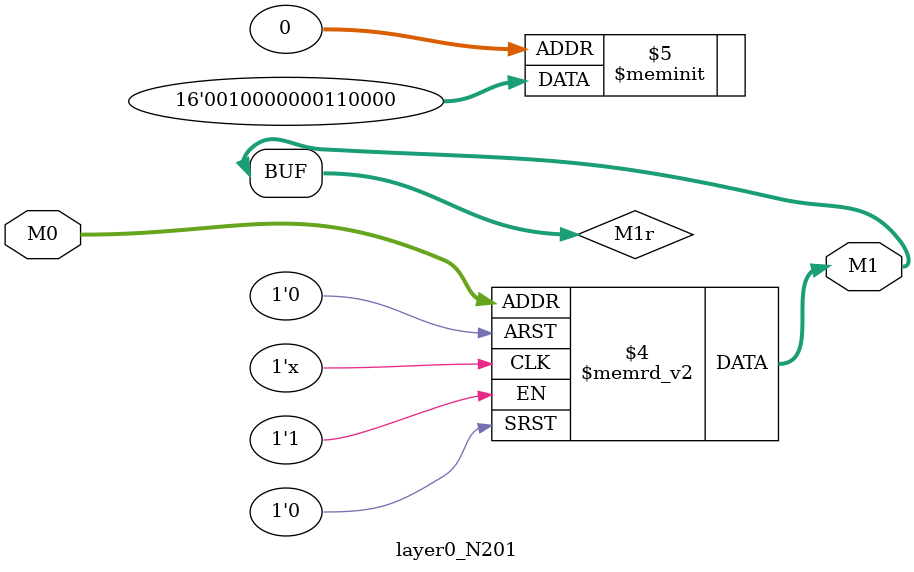
<source format=v>
module layer0_N201 ( input [2:0] M0, output [1:0] M1 );

	(*rom_style = "distributed" *) reg [1:0] M1r;
	assign M1 = M1r;
	always @ (M0) begin
		case (M0)
			3'b000: M1r = 2'b00;
			3'b100: M1r = 2'b00;
			3'b010: M1r = 2'b11;
			3'b110: M1r = 2'b10;
			3'b001: M1r = 2'b00;
			3'b101: M1r = 2'b00;
			3'b011: M1r = 2'b00;
			3'b111: M1r = 2'b00;

		endcase
	end
endmodule

</source>
